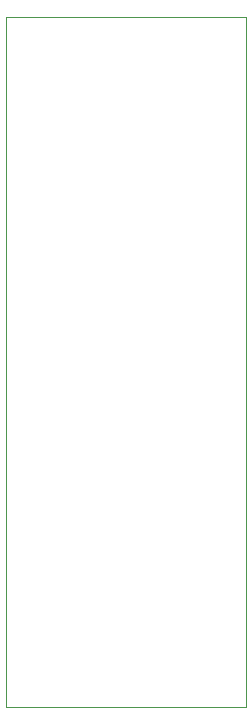
<source format=gbr>
%TF.GenerationSoftware,KiCad,Pcbnew,5.1.6-c6e7f7d~87~ubuntu18.04.1*%
%TF.CreationDate,2020-09-17T09:17:57+10:00*%
%TF.ProjectId,MSPY-FR2355,4d535059-2d46-4523-9233-35352e6b6963,rev?*%
%TF.SameCoordinates,Original*%
%TF.FileFunction,Profile,NP*%
%FSLAX46Y46*%
G04 Gerber Fmt 4.6, Leading zero omitted, Abs format (unit mm)*
G04 Created by KiCad (PCBNEW 5.1.6-c6e7f7d~87~ubuntu18.04.1) date 2020-09-17 09:17:57*
%MOMM*%
%LPD*%
G01*
G04 APERTURE LIST*
%TA.AperFunction,Profile*%
%ADD10C,0.050000*%
%TD*%
G04 APERTURE END LIST*
D10*
X150622000Y-68326000D02*
X130302000Y-68326000D01*
X150622000Y-126746000D02*
X150622000Y-68326000D01*
X130302000Y-126746000D02*
X150622000Y-126746000D01*
X130302000Y-68326000D02*
X130302000Y-126746000D01*
M02*

</source>
